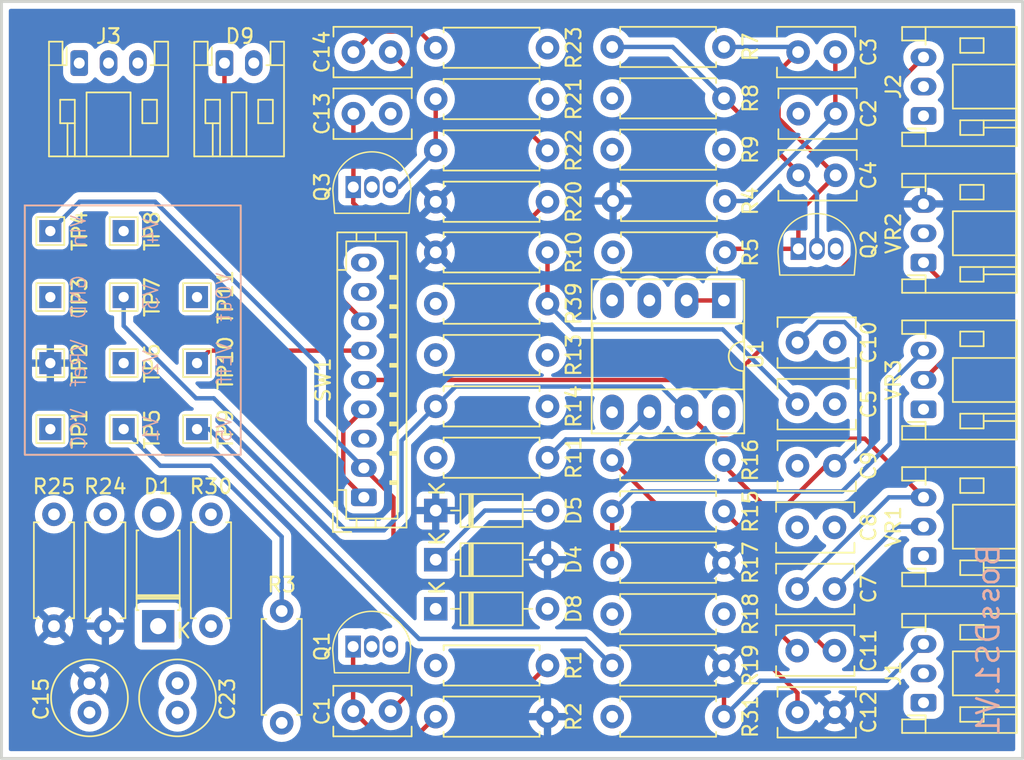
<source format=kicad_pcb>
(kicad_pcb (version 20221018) (generator pcbnew)
  (layers (0 "F.Cu" signal) (1 "In1.Cu" signal) (2 "In2.Cu" signal) (31 "B.Cu" signal) (36 "B.SilkS" user "B.Silkscreen") (37 "F.SilkS" user "F.Silkscreen") (38 "B.Mask" user) (39 "F.Mask" user) (44 "Edge.Cuts" user))
  (net 0 "")
  (net 1 "Net-(C1-Pad1)")
  (net 2 "Net-(Q1-B)")
  (net 3 "Net-(C2-Pad1)")
  (net 4 "/V1")
  (net 5 "Net-(Q2-B)")
  (net 6 "/V2")
  (net 7 "Net-(C5-Pad2)")
  (net 8 "/V3")
  (net 9 "Net-(C7-Pad2)")
  (net 10 "Net-(C8-Pad1)")
  (net 11 "/GND")
  (net 12 "/V4")
  (net 13 "Net-(C9-Pad2)")
  (net 14 "Net-(C11-Pad1)")
  (net 15 "/VRef")
  (net 16 "Net-(C12-Pad2)")
  (net 17 "/V5")
  (net 18 "Net-(Q3-B)")
  (net 19 "Net-(C14-Pad1)")
  (net 20 "/VEffect")
  (net 21 "/VCC")
  (net 22 "Net-(D1-A)")
  (net 23 "Net-(D8-K)")
  (net 24 "GNDREF")
  (net 25 "Net-(Q2-E)")
  (net 26 "Net-(Q3-E)")
  (net 27 "Net-(R1-Pad1)")
  (net 28 "Net-(U1B--)")
  (net 29 "Net-(R13-Pad1)")
  (net 30 "Net-(R15-Pad2)")
  (net 31 "Net-(R18-Pad1)")
  (net 32 "Net-(D9-A)")
  (net 33 "/VBypass")
  (net 34 "Net-(D9-K)")
  (net 35 "Net-(U1A--)")
  (net 36 "Net-(J2-T)")
  (net 38 "Net-(J1-T)")
  (net 40 "Net-(J3-Pad3)")
  (net 41 "Net-(VR2-Pad1)")
  (footprint "Resistor_THT:R_Axial_DIN0207_L6.3mm_D2.5mm_P7.62mm_Horizontal" (layer "F.Cu") (at 92.48 120.34 180)
    (fp_text reference "R15" (at -1.8 0 90) (layer "F.SilkS"))
    (fp_text value "2.2K" hide)
    (pad "1" thru_hole circle (at 0 0 180) (size 1.6 1.6) (drill 0.8) (layers "*.Cu" "*.Mask") (net 14 "Net-(C11-Pad1)"))
    (pad "2" thru_hole oval (at 7.62 0 180) (size 1.6 1.6) (drill 0.8) (layers "*.Cu" "*.Mask") (net 30 "Net-(R15-Pad2)"))
  )
  (footprint "Connector_JST:JST_PH_S3B-PH-K_1x03_P2.00mm_Horizontal" (layer "F.Cu") (at 106.08 93.38 90)
    (fp_text reference "J2" (at 2 -2.05 90) (layer "F.SilkS"))
    (fp_text value "ACJS-MV-3" hide)
    (pad "1" thru_hole roundrect (at 0 0 90) (size 1.2 1.75) (drill 0.75) (layers "*.Cu" "*.Mask") (roundrect_rratio 0.208333) (net 11 "/GND"))
    (pad "2" thru_hole oval (at 2 0 90) (size 1.2 1.75) (drill 0.75) (layers "*.Cu" "*.Mask"))
    (pad "3" thru_hole oval (at 4 0 90) (size 1.2 1.75) (drill 0.75) (layers "*.Cu" "*.Mask") (net 36 "Net-(J2-T)"))
  )
  (footprint "Resistor_THT:R_Axial_DIN0207_L6.3mm_D2.5mm_P7.62mm_Horizontal" (layer "F.Cu") (at 84.86 92.18)
    (fp_text reference "R8" (at 9.42 0.000001 90) (layer "F.SilkS"))
    (fp_text value "10K" hide)
    (pad "1" thru_hole circle (at 0 0) (size 1.6 1.6) (drill 0.8) (layers "*.Cu" "*.Mask") (net 21 "/VCC"))
    (pad "2" thru_hole oval (at 7.62 0) (size 1.6 1.6) (drill 0.8) (layers "*.Cu" "*.Mask") (net 6 "/V2"))
  )
  (footprint "CustomFootprints:C_Disc_D5.1mm_W3.2mm_P2.54mm" (layer "F.Cu") (at 100.03 113.03 180)
    (fp_text reference "C5" (at -2.31 -0.000001 270) (layer "F.SilkS"))
    (fp_text value "68nF" hide)
    (pad "1" thru_hole circle (at 0 0 180) (size 1.6 1.6) (drill 0.8) (layers "*.Cu" "*.Mask") (net 6 "/V2"))
    (pad "2" thru_hole circle (at 2.54 0 180) (size 1.6 1.6) (drill 0.8) (layers "*.Cu" "*.Mask") (net 7 "Net-(C5-Pad2)"))
  )
  (footprint "TestPoint:TestPoint_THTPad_1.5x1.5mm_Drill0.7mm" (layer "F.Cu") (at 51.56 105.73)
    (fp_text reference "TP7" (at 1.94 0 90) (layer "F.SilkS"))
    (fp_text value "V3" hide)
    (fp_text user "V3" (at 1.85225 0 90 unlocked) (layer "B.SilkS") (effects (font (thickness 0.1)) (justify mirror)))
    (pad "1" thru_hole rect (at 0 0) (size 1.5 1.5) (drill 0.7) (layers "*.Cu" "*.Mask") (net 8 "/V3"))
  )
  (footprint "CustomFootprints:C_Disc_D5.1mm_W3.2mm_P2.54mm" (layer "F.Cu") (at 97.47 125.63)
    (fp_text reference "C7" (at 4.87 0.000001 90) (layer "F.SilkS"))
    (fp_text value "100pF" hide)
    (pad "1" thru_hole circle (at 0 0) (size 1.6 1.6) (drill 0.8) (layers "*.Cu" "*.Mask") (net 8 "/V3"))
    (pad "2" thru_hole circle (at 2.54 0) (size 1.6 1.6) (drill 0.8) (layers "*.Cu" "*.Mask") (net 9 "Net-(C7-Pad2)"))
  )
  (footprint "CustomFootprints:C_Disc_D5.1mm_W3.2mm_P2.54mm" (layer "F.Cu") (at 100.09 97.43 180)
    (fp_text reference "C4" (at -2.25 -0.000001 90) (layer "F.SilkS"))
    (fp_text value "250pF" hide)
    (pad "1" thru_hole circle (at 0 0 180) (size 1.6 1.6) (drill 0.8) (layers "*.Cu" "*.Mask") (net 5 "Net-(Q2-B)"))
    (pad "2" thru_hole circle (at 2.54 0 180) (size 1.6 1.6) (drill 0.8) (layers "*.Cu" "*.Mask") (net 6 "/V2"))
  )
  (footprint "TestPoint:TestPoint_THTPad_1.5x1.5mm_Drill0.7mm" (layer "F.Cu") (at 51.56 101.23)
    (fp_text reference "TP8" (at 1.94 0 90) (layer "F.SilkS"))
    (fp_text value "V4" hide)
    (fp_text user "V4" (at 1.85225 0 90 unlocked) (layer "B.SilkS") (effects (font (thickness 0.1)) (justify mirror)))
    (pad "1" thru_hole rect (at 0 0) (size 1.5 1.5) (drill 0.7) (layers "*.Cu" "*.Mask") (net 12 "/V4"))
  )
  (footprint "Connector_JST:JST_PH_S3B-PH-K_1x03_P2.00mm_Horizontal" (layer "F.Cu") (at 48.53 89.78)
    (fp_text reference "J3" (at 2 -1.83 180) (layer "F.SilkS"))
    (fp_text value "Barrel_Jack_Switch" hide)
    (pad "1" thru_hole roundrect (at 0 0) (size 1.2 1.75) (drill 0.75) (layers "*.Cu" "*.Mask") (roundrect_rratio 0.208333) (net 24 "GNDREF"))
    (pad "2" thru_hole oval (at 2 0) (size 1.2 1.75) (drill 0.75) (layers "*.Cu" "*.Mask") (net 22 "Net-(D1-A)"))
    (pad "3" thru_hole oval (at 4 0) (size 1.2 1.75) (drill 0.75) (layers "*.Cu" "*.Mask") (net 40 "Net-(J3-Pad3)"))
  )
  (footprint "CustomFootprints:C_Disc_D5.1mm_W3.2mm_P2.54mm" (layer "F.Cu") (at 97.53 89.03)
    (fp_text reference "C3" (at 4.81 0.000001 90) (layer "F.SilkS"))
    (fp_text value "47nF" hide)
    (pad "1" thru_hole circle (at 0 0) (size 1.6 1.6) (drill 0.8) (layers "*.Cu" "*.Mask") (net 5 "Net-(Q2-B)"))
    (pad "2" thru_hole circle (at 2.54 0) (size 1.6 1.6) (drill 0.8) (layers "*.Cu" "*.Mask") (net 3 "Net-(C2-Pad1)"))
  )
  (footprint "Resistor_THT:R_Axial_DIN0207_L6.3mm_D2.5mm_P7.62mm_Horizontal" (layer "F.Cu") (at 50.31 120.54 -90)
    (fp_text reference "R24" (at -1.9 0) (layer "F.SilkS"))
    (fp_text value "10K" hide)
    (pad "1" thru_hole circle (at 0 0 270) (size 1.6 1.6) (drill 0.8) (layers "*.Cu" "*.Mask") (net 21 "/VCC"))
    (pad "2" thru_hole oval (at 7.62 0 270) (size 1.6 1.6) (drill 0.8) (layers "*.Cu" "*.Mask") (net 15 "/VRef"))
  )
  (footprint "CustomFootprints:C_Disc_D5.1mm_W3.2mm_P2.54mm" (layer "F.Cu") (at 100.09 93.23 180)
    (fp_text reference "C2" (at -2.25 -0.000001 270) (layer "F.SilkS"))
    (fp_text value "0.47uF" hide)
    (pad "1" thru_hole circle (at 0 0 180) (size 1.6 1.6) (drill 0.8) (layers "*.Cu" "*.Mask") (net 3 "Net-(C2-Pad1)"))
    (pad "2" thru_hole circle (at 2.54 0 180) (size 1.6 1.6) (drill 0.8) (layers "*.Cu" "*.Mask") (net 4 "/V1"))
  )
  (footprint "CustomFootprints:TO-92L_Inline" (layer "F.Cu") (at 67.2 129.55)
    (fp_text reference "Q1" (at -2.12 0 90) (layer "F.SilkS"))
    (fp_text value "2SC2240 (or 2N3904BU)" hide)
    (pad "1" thru_hole rect (at 0 0) (size 1.05 1.5) (drill 0.75) (layers "*.Cu" "*.Mask") (net 2 "Net-(Q1-B)"))
    (pad "2" thru_hole oval (at 1.27 0) (size 1.05 1.5) (drill 0.75) (layers "*.Cu" "*.Mask") (net 21 "/VCC"))
    (pad "3" thru_hole oval (at 2.54 0) (size 1.05 1.5) (drill 0.75) (layers "*.Cu" "*.Mask") (net 4 "/V1"))
  )
  (footprint "Resistor_THT:R_Axial_DIN0207_L6.3mm_D2.5mm_P7.62mm_Horizontal" (layer "F.Cu") (at 72.83 95.732381)
    (fp_text reference "R22" (at 9.41 0 90) (layer "F.SilkS"))
    (fp_text value "1K" hide)
    (pad "1" thru_hole circle (at 0 0) (size 1.6 1.6) (drill 0.8) (layers "*.Cu" "*.Mask") (net 26 "Net-(Q3-E)"))
    (pad "2" thru_hole oval (at 7.62 0) (size 1.6 1.6) (drill 0.8) (layers "*.Cu" "*.Mask") (net 19 "Net-(C14-Pad1)"))
  )
  (footprint "Diode_THT:D_DO-35_SOD27_P7.62mm_Horizontal" (layer "F.Cu") (at 72.83 120.28)
    (fp_text reference "D5" (at 9.41 0.000001 90) (layer "F.SilkS"))
    (fp_text value "D1N4148" hide)
    (fp_text user "K" (at 0.1 -1.5 90) (layer "F.SilkS"))
    (pad "1" thru_hole rect (at 0 0) (size 1.6 1.6) (drill 0.8) (layers "*.Cu" "*.Mask") (net 15 "/VRef"))
    (pad "2" thru_hole oval (at 7.62 0) (size 1.6 1.6) (drill 0.8) (layers "*.Cu" "*.Mask") (net 12 "/V4"))
  )
  (footprint "TestPoint:TestPoint_THTPad_1.5x1.5mm_Drill0.7mm" (layer "F.Cu") (at 56.56 114.73)
    (fp_text reference "TP9" (at 1.94 0 90) (layer "F.SilkS"))
    (fp_text value "V5" hide)
    (fp_text user "V5" (at 1.85225 0 90 unlocked) (layer "B.SilkS") (effects (font (thickness 0.1)) (justify mirror)))
    (pad "1" thru_hole rect (at 0 0) (size 1.5 1.5) (drill 0.7) (layers "*.Cu" "*.Mask") (net 17 "/V5"))
  )
  (footprint "Resistor_THT:R_Axial_DIN0207_L6.3mm_D2.5mm_P7.62mm_Horizontal" (layer "F.Cu") (at 72.83 102.68)
    (fp_text reference "R10" (at 9.41 0 90) (layer "F.SilkS"))
    (fp_text value "100K" hide)
    (pad "1" thru_hole circle (at 0 0) (size 1.6 1.6) (drill 0.8) (layers "*.Cu" "*.Mask") (net 15 "/VRef"))
    (pad "2" thru_hole oval (at 7.62 0) (size 1.6 1.6) (drill 0.8) (layers "*.Cu" "*.Mask") (net 7 "Net-(C5-Pad2)"))
  )
  (footprint "Diode_THT:D_DO-35_SOD27_P7.62mm_Horizontal" (layer "F.Cu") (at 72.83 126.98)
    (fp_text reference "D8" (at 9.41 0.000001 90) (layer "F.SilkS"))
    (fp_text value "D1N4148" hide)
    (fp_text user "K" (at 0.1 -1.45 90) (layer "F.SilkS"))
    (pad "1" thru_hole rect (at 0 0) (size 1.6 1.6) (drill 0.8) (layers "*.Cu" "*.Mask") (net 23 "Net-(D8-K)"))
    (pad "2" thru_hole oval (at 7.62 0) (size 1.6 1.6) (drill 0.8) (layers "*.Cu" "*.Mask") (net 11 "/GND"))
  )
  (footprint "Diode_THT:D_DO-41_SOD81_P7.62mm_Horizontal" (layer "F.Cu") (at 53.91 128.16 90)
    (fp_text reference "D1" (at 9.52 0) (layer "F.SilkS"))
    (fp_text value "1N4004" hide)
    (fp_text user "K" (at -0.32 1.74) (layer "F.SilkS"))
    (pad "1" thru_hole rect (at 0 0 90) (size 2.2 2.2) (drill 1.1) (layers "*.Cu" "*.Mask") (net 21 "/VCC"))
    (pad "2" thru_hole oval (at 7.62 0 90) (size 2.2 2.2) (drill 1.1) (layers "*.Cu" "*.Mask") (net 22 "Net-(D1-A)"))
  )
  (footprint "TestPoint:TestPoint_THTPad_1.5x1.5mm_Drill0.7mm" (layer "F.Cu") (at 56.56 105.73)
    (fp_text reference "TP11" (at 1.94 0.000001 90) (layer "F.SilkS"))
    (fp_text value "VOut" hide)
    (fp_text user "VOut" (at 1.85225 0 90 unlocked) (layer "B.SilkS") (effects (font (thickness 0.1)) (justify mirror)))
    (pad "1" thru_hole rect (at 0 0) (size 1.5 1.5) (drill 0.7) (layers "*.Cu" "*.Mask") (net 36 "Net-(J2-T)"))
  )
  (footprint "Resistor_THT:R_Axial_DIN0207_L6.3mm_D2.5mm_P7.62mm_Horizontal" (layer "F.Cu") (at 80.45 88.732381 180)
    (fp_text reference "R23" (at -1.79 0 90) (layer "F.SilkS"))
    (fp_text value "100K" hide)
    (pad "1" thru_hole circle (at 0 0 180) (size 1.6 1.6) (drill 0.8) (layers "*.Cu" "*.Mask") (net 11 "/GND"))
    (pad "2" thru_hole oval (at 7.62 0 180) (size 1.6 1.6) (drill 0.8) (layers "*.Cu" "*.Mask") (net 20 "/VEffect"))
  )
  (footprint "Resistor_THT:R_Axial_DIN0207_L6.3mm_D2.5mm_P7.62mm_Horizontal" (layer "F.Cu") (at 92.48 134.33 180)
    (fp_text reference "R31" (at -1.8 0 90) (layer "F.SilkS"))
    (fp_text value "1M" hide)
    (pad "1" thru_hole circle (at 0 0 180) (size 1.6 1.6) (drill 0.8) (layers "*.Cu" "*.Mask") (net 38 "Net-(J1-T)"))
    (pad "2" thru_hole oval (at 7.62 0 180) (size 1.6 1.6) (drill 0.8) (layers "*.Cu" "*.Mask") (net 11 "/GND"))
  )
  (footprint "Resistor_THT:R_Axial_DIN0207_L6.3mm_D2.5mm_P7.62mm_Horizontal" (layer "F.Cu") (at 92.48 95.68 180)
    (fp_text reference "R9" (at -1.8 -0.000001 90) (layer "F.SilkS"))
    (fp_text value "22R" hide)
    (pad "1" thru_hole circle (at 0 0 180) (size 1.6 1.6) (drill 0.8) (layers "*.Cu" "*.Mask") (net 25 "Net-(Q2-E)"))
    (pad "2" thru_hole oval (at 7.62 0 180) (size 1.6 1.6) (drill 0.8) (layers "*.Cu" "*.Mask") (net 11 "/GND"))
  )
  (footprint "Resistor_THT:R_Axial_DIN0207_L6.3mm_D2.5mm_P7.62mm_Horizontal" (layer "F.Cu") (at 80.45 106.18 180)
    (fp_text reference "R39" (at -1.79 0 90) (layer "F.SilkS"))
    (fp_text value "47K" hide)
    (pad "1" thru_hole circle (at 0 0 180) (size 1.6 1.6) (drill 0.8) (layers "*.Cu" "*.Mask") (net 7 "Net-(C5-Pad2)"))
    (pad "2" thru_hole oval (at 7.62 0 180) (size 1.6 1.6) (drill 0.8) (layers "*.Cu" "*.Mask") (net 23 "Net-(D8-K)"))
  )
  (footprint "CustomFootprints:C_Disc_D5.1mm_W3.2mm_P2.54mm" (layer "F.Cu") (at 97.47 121.43)
    (fp_text reference "C8" (at 4.87 0.000001 90) (layer "F.SilkS"))
    (fp_text value "0.47uF" hide)
    (pad "1" thru_hole circle (at 0 0) (size 1.6 1.6) (drill 0.8) (layers "*.Cu" "*.Mask") (net 10 "Net-(C8-Pad1)"))
    (pad "2" thru_hole circle (at 2.54 0) (size 1.6 1.6) (drill 0.8) (layers "*.Cu" "*.Mask") (net 11 "/GND"))
  )
  (footprint "Resistor_THT:R_Axial_DIN0207_L6.3mm_D2.5mm_P7.62mm_Horizontal" (layer "F.Cu") (at 92.54 102.68 180)
    (fp_text reference "R5" (at -1.74 -0.000001 90) (layer "F.SilkS"))
    (fp_text value "100K" hide)
    (pad "1" thru_hole circle (at 0 0 180) (size 1.6 1.6) (drill 0.8) (layers "*.Cu" "*.Mask") (net 5 "Net-(Q2-B)"))
    (pad "2" thru_hole oval (at 7.62 0 180) (size 1.6 1.6) (drill 0.8) (layers "*.Cu" "*.Mask") (net 11 "/GND"))
  )
  (footprint "Resistor_THT:R_Axial_DIN0207_L6.3mm_D2.5mm_P7.62mm_Horizontal" (layer "F.Cu") (at 72.83 113.18)
    (fp_text reference "R14" (at 9.41 0 90) (layer "F.SilkS"))
    (fp_text value "2.2K" hide)
    (pad "1" thru_hole circle (at 0 0) (size 1.6 1.6) (drill 0.8) (layers "*.Cu" "*.Mask") (net 8 "/V3"))
    (pad "2" thru_hole oval (at 7.62 0) (size 1.6 1.6) (drill 0.8) (layers "*.Cu" "*.Mask") (net 13 "Net-(C9-Pad2)"))
  )
  (footprint "Capacitor_THT:C_Radial_D5.0mm_H11.0mm_P2.00mm" (layer "F.Cu") (at 49.23 132.05 -90)
    (fp_text reference "C15" (at 1.08 3.3 90) (layer "F.SilkS"))
    (fp_text value "47uF" hide)
    (pad "1" thru_hole circle (at 0 0 270) (size 1.6 1.6) (drill 0.8) (layers "*.Cu" "*.Mask") (net 15 "/VRef"))
    (pad "2" thru_hole circle (at 2 0 270) (size 1.6 1.6) (drill 0.8) (layers "*.Cu" "*.Mask") (net 11 "/GND"))
  )
  (footprint "TestPoint:TestPoint_THTPad_1.5x1.5mm_Drill0.7mm" (layer "F.Cu") (at 46.56 114.73)
    (fp_text reference "TP1" (at 2 0 90) (layer "F.SilkS"))
    (fp_text value "VCC" hide)
    (fp_text user "VCC" (at 1.91225 0 90 unlocked) (layer "B.SilkS") (effects (font (thickness 0.1)) (justify mirror)))
    (pad "1" thru_hole rect (at 0 0) (size 1.5 1.5) (drill 0.7) (layers "*.Cu" "*.Mask") (net 21 "/VCC"))
  )
  (footprint "Resistor_THT:R_Axial_DIN0207_L6.3mm_D2.5mm_P7.62mm_Horizontal" (layer "F.Cu") (at 80.45 116.68 180)
    (fp_text reference "R11" (at -1.79 0 270) (layer "F.SilkS"))
    (fp_text value "100K" hide)
    (pad "1" thru_hole circle (at 0 0 180) (size 1.6 1.6) (drill 0.8) (layers "*.Cu" "*.Mask") (net 28 "Net-(U1B--)"))
    (pad "2" thru_hole oval (at 7.62 0 180) (size 1.6 1.6) (drill 0.8) (layers "*.Cu" "*.Mask") (net 9 "Net-(C7-Pad2)"))
  )
  (footprint "Resistor_THT:R_Axial_DIN0207_L6.3mm_D2.5mm_P7.62mm_Horizontal" (layer "F.Cu") (at 92.54 99.18 180)
    (fp_text reference "R4" (at -1.74 -0.000001 90) (layer "F.SilkS"))
    (fp_text value "100K" hide)
    (pad "1" thru_hole circle (at 0 0 180) (size 1.6 1.6) (drill 0.8) (layers "*.Cu" "*.Mask") (net 3 "Net-(C2-Pad1)"))
    (pad "2" thru_hole oval (at 7.62 0 180) (size 1.6 1.6) (drill 0.8) (layers "*.Cu" "*.Mask") (net 15 "/VRef"))
  )
  (footprint "Connector_JST:JST_PH_S3B-PH-K_1x03_P2.00mm_Horizontal" (layer "F.Cu") (at 106.08 123.38 90)
    (fp_text reference "VR1" (at 2 -2.05 90) (layer "F.SilkS"))
    (fp_text value "100KB" hide)
    (pad "1" thru_hole roundrect (at 0 0 90) (size 1.2 1.75) (drill 0.75) (layers "*.Cu" "*.Mask") (roundrect_rratio 0.208333) (net 29 "Net-(R13-Pad1)"))
    (pad "2" thru_hole oval (at 2 0 90) (size 1.2 1.75) (drill 0.75) (layers "*.Cu" "*.Mask") (net 9 "Net-(C7-Pad2)"))
    (pad "3" thru_hole oval (at 4 0 90) (size 1.2 1.75) (drill 0.75) (layers "*.Cu" "*.Mask") (net 8 "/V3"))
  )
  (footprint "CustomFootprints:C_Disc_D5.1mm_W3.2mm_P2.54mm" (layer "F.Cu") (at 69.76 89.03 180)
    (fp_text reference "C14" (at 4.68 0 90) (layer "F.SilkS"))
    (fp_text value "1uF" hide)
    (pad "1" thru_hole circle (at 0 0 180) (size 1.6 1.6) (drill 0.8) (layers "*.Cu" "*.Mask") (net 19 "Net-(C14-Pad1)"))
    (pad "2" thru_hole circle (at 2.54 0 180) (size 1.6 1.6) (drill 0.8) (layers "*.Cu" "*.Mask") (net 20 "/VEffect"))
  )
  (footprint "Connector_JST:JST_PH_S3B-PH-K_1x03_P2.00mm_Horizontal" (layer "F.Cu") (at 106.08 113.38 90)
    (fp_text reference "VR3" (at 2 -2.05 90) (layer "F.SilkS"))
    (fp_text value "20KB" hide)
    (pad "1" thru_hole roundrect (at 0 0 90) (size 1.2 1.75) (drill 0.75) (layers "*.Cu" "*.Mask") (roundrect_rratio 0.208333) (net 16 "Net-(C12-Pad2)"))
    (pad "2" thru_hole oval (at 2 0 90) (size 1.2 1.75) (drill 0.75) (layers "*.Cu" "*.Mask") (net 41 "Net-(VR2-Pad1)"))
    (pad "3" thru_hole oval (at 4 0 90) (size 1.2 1.75) (drill 0.75) (layers "*.Cu" "*.Mask") (net 30 "Net-(R15-Pad2)"))
  )
  (footprint "TestPoint:TestPoint_THTPad_1.5x1.5mm_Drill0.7mm" (layer "F.Cu") (at 46.56 110.23)
    (fp_text reference "TP2" (at 2 0 90) (layer "F.SilkS"))
    (fp_text value "VRef" hide)
    (fp_text user "VRef" (at 1.91225 0 90 unlocked) (layer "B.SilkS") (effects (font (thickness 0.1)) (justify mirror)))
    (pad "1" thru_hole rect (at 0 0) (size 1.5 1.5) (drill 0.7) (layers "*.Cu" "*.Mask") (net 15 "/VRef"))
  )
  (footprint "Resistor_THT:R_Axial_DIN0207_L6.3mm_D2.5mm_P7.62mm_Horizontal" (layer "F.Cu") (at 92.48 116.84 180)
    (fp_text reference "R16" (at -1.8 0 90) (layer "F.SilkS"))
    (fp_text value "6.8K" hide)
    (pad "1" thru_hole circle (at 0 0 180) (size 1.6 1.6) (drill 0.8) (layers "*.Cu" "*.Mask") (net 12 "/V4"))
    (pad "2" thru_hole oval (at 7.62 0 180) (size 1.6 1.6) (drill 0.8) (layers "*.Cu" "*.Mask") (net 16 "Net-(C12-Pad2)"))
  )
  (footprint "Resistor_THT:R_Axial_DIN0207_L6.3mm_D2.5mm_P7.62mm_Horizontal" (layer "F.Cu") (at 62.33 134.75 90)
    (fp_text reference "R3" (at 9.41 0) (layer "F.SilkS"))
    (fp_text value "10K" hide)
    (pad "1" thru_hole circle (at 0 0 90) (size 1.6 1.6) (drill 0.8) (layers "*.Cu" "*.Mask") (net 11 "/GND"))
    (pad "2" thru_hole oval (at 7.62 0 90) (size 1.6 1.6) (drill 0.8) (layers "*.Cu" "*.Mask") (net 4 "/V1"))
  )
  (footprint "TestPoint:TestPoint_THTPad_1.5x1.5mm_Drill0.7mm" (layer "F.Cu") (at 46.56 105.73)
    (fp_text reference "TP3" (at 2 0 90) (layer "F.SilkS"))
    (fp_text value "GND" hide)
    (fp_text user "GND" (at 1.91225 0 90 unlocked) (layer "B.SilkS") (effects (font (thickness 0.1)) (justify mirror)))
    (pad "1" thru_hole rect (at 0 0) (size 1.5 1.5) (drill 0.7) (layers "*.Cu" "*.Mask") (net 11 "/GND"))
  )
  (footprint "Resistor_THT:R_Axial_DIN0207_L6.3mm_D2.5mm_P7.62mm_Horizontal" (layer "F.Cu") (at 92.48 127.34 180)
    (fp_text reference "R18" (at -1.8 0 90) (layer "F.SilkS"))
    (fp_text value "10K" hide)
    (pad "1" thru_hole circle (at 0 0 180) (size 1.6 1.6) (drill 0.8) (layers "*.Cu" "*.Mask") (net 31 "Net-(R18-Pad1)"))
    (pad "2" thru_hole oval (at 7.62 0 180) (size 1.6 1.6) (drill 0.8) (layers "*.Cu" "*.Mask") (net 17 "/V5"))
  )
  (footprint "CustomFootprints:C_Disc_D5.1mm_W3.2mm_P2.54mm" (layer "F.Cu") (at 69.76 93.23 180)
    (fp_text reference "C13" (at 4.68 0 90) (layer "F.SilkS"))
    (fp_text value "0.047uF" hide)
    (pad "1" thru_hole circle (at 0 0 180) (size 1.6 1.6) (drill 0.8) (layers "*.Cu" "*.Mask") (net 17 "/V5"))
    (pad "2" thru_hole circle (at 2.54 0 180) (size 1.6 1.6) (drill 0.8) (layers "*.Cu" "*.Mask") (net 18 "Net-(Q3-B)"))
  )
  (footprint "Resistor_THT:R_Axial_DIN0207_L6.3mm_D2.5mm_P7.62mm_Horizontal" (layer "F.Cu") (at 92.48 123.84 180)
    (fp_text reference "R17" (at -1.8 0 90) (layer "F.SilkS"))
    (fp_text value "6.8K" hide)
    (pad "1" thru_hole circle (at 0 0 180) (size 1.6 1.6) (drill 0.8) (layers "*.Cu" "*.Mask") (net 15 "/VRef"))
    (pad "2" thru_hole oval (at 7.62 0 180) (size 1.6 1.6) (drill 0.8) (layers "*.Cu" "*.Mask") (net 30 "Net-(R15-Pad2)"))
  )
  (footprint "TestPoint:TestPoint_THTPad_1.5x1.5mm_Drill0.7mm" (layer "F.Cu") (at 51.56 114.73)
    (fp_text reference "TP5" (at 1.94 0 90) (layer "F.SilkS"))
    (fp_text value "V1" hide)
    (fp_text user "V1" (at 1.85225 0 90 unlocked) (layer "B.SilkS") (effects (font (thickness 0.1)) (justify mirror)))
    (pad "1" thru_hole rect (at 0 0) (size 1.5 1.5) (drill 0.7) (layers "*.Cu" "*.Mask") (net 4 "/V1"))
  )
  (footprint "CustomFootprints:C_Disc_D5.1mm_W3.2mm_P2.54mm" (layer "F.Cu") (at 100.03 108.83 180)
    (fp_text reference "C10" (at -2.31 0 90) (layer "F.SilkS"))
    (fp_text value "0.01uF" hide)
    (pad "1" thru_hole circle (at 0 0 180) (size 1.6 1.6) (drill 0.8) (layers "*.Cu" "*.Mask") (net 11 "/GND"))
    (pad "2" thru_hole circle (at 2.54 0 180) (size 1.6 1.6) (drill 0.8) (layers "*.Cu" "*.Mask") (net 12 "/V4"))
  )
  (footprint "CustomFootprints:C_Disc_D5.1mm_W3.2mm_P2.54mm" (layer "F.Cu") (at 69.75 133.95 180)
    (fp_text reference "C1" (at 4.67 -0.000001 90) (layer "F.SilkS"))
    (fp_text value "47nF" hide)
    (pad "1" thru_hole circle (at 0 0 180) (size 1.6 1.6) (drill 0.8) (layers "*.Cu" "*.Mask") (net 1 "Net-(C1-Pad1)"))
    (pad "2" thru_hole circle (at 2.54 0 180) (size 1.6 1.6) (drill 0.8) (layers "*.Cu" "*.Mask") (net 2 "Net-(Q1-B)"))
  )
  (footprint "TestPoint:TestPoint_THTPad_1.5x1.5mm_Drill0.7mm" (layer "F.Cu") (at 46.56 101.23)
    (fp_text reference "TP4" (at 2 -0.000001 90) (layer "F.SilkS"))
    (fp_text value "VIn" hide)
    (fp_text user "VIn" (at 1.91225 0 90 unlocked) (layer "B.SilkS") (effects (font (thickness 0.1)) (justify mirror)))
    (pad "1" thru_hole rect (at 0 0) (size 1.5 1.5) (drill 0.7) (layers "*.Cu" "*.Mask") (net 38 "Net-(J1-T)"))
  )
  (footprint "CustomFootprints:C_Disc_D5.1mm_W3.2mm_P2.54mm" (layer "F.Cu") (at 97.47 129.83)
    (fp_text reference "C11" (at 4.87 0 90) (layer "F.SilkS"))
    (fp_text value "0.022uF" hide)
    (pad "1" thru_hole circle (at 0 0) (size 1.6 1.6) (drill 0.8) (layers "*.Cu" "*.Mask") (net 14 "Net-(C11-Pad1)"))
    (pad "2" thru_hole circle (at 2.54 0) (size 1.6 1.6) (drill 0.8) (layers "*.Cu" "*.Mask") (net 12 "/V4"))
  )
  (footprint "Package_DIP:DIP-8_W7.62mm_Socket_LongPads" (layer "F.Cu") (at 92.47 105.96 -90)
    (fp_text reference "U1" (at 3.67 -2.18 90) (layer "F.SilkS"))
    (fp_text value "TL072" hide)
    (pad "1" thru_hole rect (at 0 0 270) (size 2.4 1.6) (drill 0.8) (layers "*.Cu" "*.Mask") (net 35 "Net-(U1A--)"))
    (pad "2" thru_hole oval (at 0 2.54 270) (size 2.4 1.6) (drill 0.8) (layers "*.Cu" "*.Mask") (net 35 "Net-(U1A--)"))
    (pad "3" thru_hole oval (at 0 5.08 270) (size 2.4 1.6) (drill 0.8) (layers "*.Cu" "*.Mask") (net 23 "Net-(D8-K)"))
    (pad "4" thru_hole oval (at 0 7.62 270) (size 2.4 1.6) (drill 0.8) (layers "*.Cu" "*.Mask") (net 11 "/GND"))
    (pad "5" thru_hole oval (at 7.62 7.62 270) (size 2.4 1.6) (drill 0.8) (layers "*.Cu" "*.Mask") (net 35 "Net-(U1A--)"))
    (pad "6" thru_hole oval (at 7.62 5.08 270) (size 2.4 1.6) (drill 0.8) (layers "*.Cu" "*.Mask") (net 28 "Net-(U1B--)"))
    (pad "7" thru_hole oval (at 7.62 2.54 270) (size 2.4 1.6) (drill 0.8) (layers "*.Cu" "*.Mask") (net 8 "/V3"))
    (pad "8" thru_hole oval (at 7.62 0 270) (size 2.4 1.6) (drill 0.8) (layers "*.Cu" "*.Mask") (net 21 "/VCC"))
  )
  (footprint "Capacitor_THT:C_Radial_D5.0mm_H11.0mm_P2.00mm" (layer "F.Cu") (at 55.23 132.05 -90)
    (fp_text reference "C23" (at 1.08 -3.4 90) (layer "F.SilkS"))
    (fp_text value "100uF" hide)
    (pad "1" thru_hole circle (at 0 0 270) (size 1.6 1.6) (drill 0.8) (layers "*.Cu" "*.Mask") (net 21 "/VCC"))
    (pad "2" thru_hole circle (at 2 0 270) (size 1.6 1.6) (drill 0.8) (layers "*.Cu" "*.Mask") (net 11 "/GND"))
  )
  (footprint "Resistor_THT:R_Axial_DIN0207_L6.3mm_D2.5mm_P7.62mm_Horizontal" (layer "F.Cu") (at 80.45 109.68 180)
    (fp_text reference "R13" (at -1.79 0 90) (layer "F.SilkS"))
    (fp_text value "4.7K" hide)
    (pad "1" thru_hole circle (at 0 0 180) (size 1.6 1.6) (drill 0.8) (layers "*.Cu" "*.Mask") (net 29 "Net-(R13-Pad1)"))
    (pad "2" thru_hole oval (at 7.62 0 180) (size 1.6 1.6) (drill 0.8) (layers "*.Cu" "*.Mask") (net 10 "Net-(C8-Pad1)"))
  )
  (footprint "CustomFootprints:C_Disc_D5.1mm_W3.2mm_P2.54mm" (layer "F.Cu") (at 100.03 117.23 180)
    (fp_text reference "C9" (at -2.31 -0.000001 90) (layer "F.SilkS"))
    (fp_text value "0.47uF" hide)
    (pad "1" thru_hole circle (at 0 0 180) (size 1.6 1.6) (drill 0.8) (layers "*.Cu" "*.Mask") (net 12 "/V4"))
    (pad "2" thru_hole circle (at 2.54 0 180) (size 1.6 1.6) (drill 0.8) (layers "*.Cu" "*.Mask") (net 13 "Net-(C9-Pad2)"))
  )
  (footprint "TestPoint:TestPoint_THTPad_1.5x1.5mm_Drill0.7mm" (layer "F.Cu") (at 56.56 110.23)
    (fp_text reference "TP10" (at 1.94 0.000001 90) (layer "F.SilkS"))
    (fp_text value "VEff" hide)
    (fp_text user "VEff" (at 1.85225 0 90 unlocked) (layer "B.SilkS") (effects (font (thickness 0.1)) (justify mirror)))
    (pad "1" thru_hole rect (at 0 0) (size 1.5 1.5) (drill 0.7) (layers "*.Cu" "*.Mask") (net 20 "/VEffect"))
  )
  (footprint "Resistor_THT:R_Axial_DIN0207_L6.3mm_D2.5mm_P7.62mm_Horizontal" (layer "F.Cu") (at 72.83 134.33)
    (fp_text reference "R2" (at 9.41 0.000001 90) (layer "F.SilkS"))
    (fp_text value "470K" hide)
    (pad "1" thru_hole circle (at 0 0) (size 1.6 1.6) (drill 0.8) (layers "*.Cu" "*.Mask") (net 2 "Net-(Q1-B)"))
    (pad "2" thru_hole oval (at 7.62 0) (size 1.6 1.6) (drill 0.8) (layers "*.Cu" "*.Mask") (net 15 "/VRef"))
  )
  (footprint "Connector_JST:JST_PH_S3B-PH-K_1x03_P2.00mm_Horizontal" (layer "F.Cu") (at 106.08 133.38 90)
    (fp_text reference "J1" (at 2 -2.05 90) (layer "F.SilkS"))
    (fp_text value "ACJS-MV-3" hide)
    (pad "1" thru_hole roundrect (at 0 0 90) (size 1.2 1.75) (drill 0.75) (layers "*.Cu" "*.Mask") (roundrect_rratio 0.208333) (net 11 "/GND"))
    (pad "2" thru_hole oval (at 2 0 90) (size 1.2 1.75) (drill 0.75) (layers "*.Cu" "*.Mask") (net 24 "GNDREF"))
    (pad "3" thru_hole oval (at 4 0 90) (size 1.2 1.75) (drill 0.75) (layers "*.Cu" "*.Mask") (net 38 "Net-(J1-T)"))
  )
  (footprint "CustomFootprints:TO-92L_Inline" (layer "F.Cu") (at 67.21 98.23)
    (fp_text reference "Q3" (at -2.13 0 90) (layer "F.SilkS"))
    (fp_text value "2SC2240 (or 2N3904BU)" hide)
    (pad "1" thru_hole rect (at 0 0) (size 1.05 1.5) (drill 0.75) (layers "*.Cu" "*.Mask") (net 18 "Net-(Q3-B)"))
    (pad "2" thru_hole oval (at 1.27 0) (size 1.05 1.5) (drill 0.75) (layers "*.Cu" "*.Mask") (net 21 "/VCC"))
    (pad "3" thru_hole oval (at 2.54 0) (size 1.05 1.5) (drill 0.75) (layers "*.Cu" "*.Mask") (net 26 "Net-(Q3-E)"))
  )
  (footprint "Connector_JST:JST_PH_S2B-PH-K_1x02_P2.00mm_Horizontal" (layer "F.Cu") (at 58.43 89.78)
    (fp_text reference "D9" (at 1.048 -1.83 180) (layer "F.SilkS"))
    (fp_text value "LED (5mm)" hide)
    (pad "1" thru_hole roundrect (at 0 0) (size 1.2 1.75) (drill 0.75) (layers "*.Cu" "*.Mask") (roundrect_rratio 0.208333) (net 34 "Net-(D9-K)"))
    (pad "2" thru_hole oval (at 2 0) (size 1.2 1.75) (drill 0.75) (layers "*.Cu" "*.Mask") (net 32 "Net-(D9-A)"))
  )
  (footprint "Resistor_THT:R_Axial_DIN0207_L6.3mm_D2.5mm_P7.62mm_Horizontal" (layer "F.Cu") (at 72.83 130.84)
    (fp_text reference "R1" (at 9.41 0.000001 90) (layer "F.SilkS"))
    (fp_text value "1K" hide)
    (pad "1" thru_hole circle (at 0 0) (size 1.6 1.6) (drill 0.8) (layers "*.Cu" "*.Mask") (net 27 "Net-(R1-Pad1)"))
    (pad "2" thru_hole oval (at 7.62 0) (size 1.6 1.6) (drill 0.8) (layers "*.Cu" "*.Mask") (net 1 "Net-(C1-Pad1)"))
  )
  (footprint "Diode_THT:D_DO-35_SOD27_P7.62mm_Horizontal" (layer "F.Cu") (at 72.83 123.63)
    (fp_text reference "D4" (at 9.41 0.000001 90) (layer "F.SilkS"))
    (fp_text value "D1N4148" hide)
    (fp_text user "K" (at 0.1 -1.45 90) (layer "F.SilkS"))
    (pad "1" thru_hole rect (at 0 0) (size 1.6 1.6) (drill 0.8) (layers "*.Cu" "*.Mask") (net 12 "/V4"))
    (pad "2" thru_hole oval (at 7.62 0) (size 1.6 1.6) (drill 0.8) (layers "*.Cu" "*.Mask") (net 15 "/VRef"))
  )
  (footprint "CustomFootprints:TO-92L_Inline" (layer "F.Cu") (at 97.55 102.44)
    (fp_text reference "Q2" (at 4.79 -0.3 90) (layer "F.SilkS"))
    (fp_text value "2SC2240 (or 2N3904BU)" hide)
    (pad "1" thru_hole rect (at 0 0) (size 1.05 1.5) (drill 0.75) (layers "*.Cu" "*.Mask") (net 5 "Net-(Q2-B)"))
    (pad "2" thru_hole oval (at 1.27 0) (size 1.05 1.5) (drill 0.75) (layers "*.Cu" "*.Mask") (net 6 "/V2"))
    (pad "3" thru_hole oval (at 2.54 0) (size 1.05 1.5) (drill 0.75) (layers "*.Cu" "*.Mask") (net 25 "Net-(Q2-E)"))
  )
  (footprint "Resistor_THT:R_Axial_DIN0207_L6.3mm_D2.5mm_P7.62mm_Horizontal" (layer "F.Cu") (at 57.51 128.16 90)
    (fp_text reference "R30" (at 9.52 0) (layer "F.SilkS"))
    (fp_text value "4.7K" hide)
    (pad "1" thru_hole circle (at 0 0 90) (size 1.6 1.6) (drill 0.8) (layers "*.Cu" "*.Mask") (net 21 "/VCC"))
    (pad "2" thru_hole oval (at 7.62 0 90) (size 1.6 1.6) (drill 0.8) (layers "*.Cu" "*.Mask") (net 32 "Net-(D9-A)"))
  )
  (footprint "Connector_JST:JST_PH_B9B-PH-K_1x09_P2.00mm_Vertical" (layer "F.Cu") (at 67.93 119.38 90)
    (fp_text reference "SW1" (at 7.999999 -2.772 90) (layer "F.SilkS"))
    (fp_text value "3PDT" hide)
    (pad "1" thru_hole roundrect (at 0 0 90) (size 1.2 1.75) (drill 0.75) (layers "*.Cu" "*.Mask") (roundrect_rratio 0.208333) (net 33 "/VBypass"))
    (pad "2" thru_hole oval (at 2 0 90) (size 1.2 1.75) (drill 0.75) (layers "*.Cu" "*.Mask") (net 38 "Net-(J1-T)"))
    (pad "3" thru_hole oval (at 4 0 90) (size 1.2 1.75) (drill 0.75) (layers "*.Cu" "*.Mask") (net 27 "Net-(R1-Pad1)"))
    (pad "4" thru_hole oval (at 6 0 90) (size 1.2 1.75) (drill 0.75) (layers "*.Cu" "*.Mask") (net 33 "/VBypass"))
    (pad "5" thru_hole oval (at 8 0 90) (size 1.2 1.75) (drill 0.75) (layers "*.Cu" "*.Mask") (net 36 "Net-(J2-T)"))
    (pad "6" thru_hole oval (at 10 0 90) (size 1.2 1.75) (drill 0.75) (layers "*.Cu" "*.Mask") (net 20 "/VEffect"))
    (pad "7" thru_hole oval (at 12 0 90) (size 1.2 1.75) (drill 0.75) (layers "*.Cu" "*.Mask") (net 34 "Net-(D9-K)"))
    (pad "8" thru_hole oval (at 14 0 90) (size 1.2 1.75) (drill 0.75) (layers "*.Cu" "*.Mask") (net 11 "/GND"))
    (pad "9" thru_hole oval (at 16 0 90) (size 1.2 1.75) (drill 0.75) (layers "*.Cu" "*.Mask"))
  )
  (footprint "Resistor_THT:R_Axial_DIN0207_L6.3mm_D2.5mm_P7.62mm_Horizontal" (layer "F.Cu") (at 92.48 130.84 180)
    (fp_text reference "R19" (at -1.8 0 90) (layer "F.SilkS"))
    (fp_text value "1M" hide)
    (pad "1" thru_hole circle (at 0 0 180) (size 1.6 1.6) (drill 0.8) (layers "*.Cu" "*.Mask") (net 15 "/VRef"))
    (pad "2" thru_hole oval (at 7.62 0 180) (size 1.6 1.6) (drill 0.8) (layers "*.Cu" "*.Mask") (net 17 "/V5"))
  )
  (footprint "Resistor_THT:R_Axial_DIN0207_L6.3mm_D2.5mm_P7.62mm_Horizontal" (layer "F.Cu") (at 84.86 88.68)
    (fp_text reference "R7" (at 9.42 0.000001 90) (layer "F.SilkS"))
    (fp_text value "470K" hide)
    (pad "1" thru_hole circle (at 0 0) (size 1.6 1.6) (drill 0.8) (layers "*.Cu" "*.Mask") (net 6 "/V2"))
    (pad "2" thru_hole oval (at 7.62 0) (size 1.6 1.6) (drill 0.8) (layers "*.Cu" "*.Mask") (net 5 "Net-(Q2-B)"))
  )
  (footprint "Connector_JST:JST_PH_S3B-PH-K_1x03_P2.00mm_Horizontal" (layer "F.Cu") (at 106.08 103.38 90)
    (fp_text reference "VR2" (at 2 -2.05 90) (layer "F.SilkS"))
    (fp_text value "100KB" hide)
    (pad "1" thru_hole roundrect (at 0 0 90) (size 1.2 1.75) (drill 0.75) (layers "*.Cu" "*.Mask") (roundrect_rratio 0.208333) (net 41 "Net-(VR2-Pad1)"))
    (pad "2" thru_hole oval (at 2 0 90) (size 1.2 1.75) (drill 0.75) (layers "*.Cu" "*.Mask") (net 31 "Net-(R18-Pad1)"))
    (pad "3" thru_hole oval (at 4 0 90) (size 1.2 1.75) (drill 0.75) (layers "*.Cu" "*.Mask") (net 15 "/VRef"))
  )
  (footprint "Resistor_THT:R_Axial_DIN0207_L6.3mm_D2.5mm_P7.62mm_Horizontal" (layer "F.Cu") (at 80.45 92.232381 180)
    (fp_text reference "R21" (at -1.79 0 90) (layer "F.SilkS"))
    (fp_text value "10K" hide)
    (pad "1" thru_hole circle (at 0 0 180) (size 1.6 1.6) (drill 0.8) (layers "*.Cu" "*.Mask") (net 11 "/GND"))
    (pad "2" thru_hole oval (at 7.62 0 180) (size 1.6 1.6) (drill 0.8) (layers "*.Cu" "*.Mask") (net 26 "Net-(Q3-E)"))
  )
  (footprint "Resistor_THT:R_Axial_DIN0207_L6.3mm_D2.5mm_P7.62mm_Horizontal" (layer "F.Cu") (at 72.83 99.232381)
    (fp_text reference "R20" (at 9.41 0 90) (layer "F.SilkS"))
    (fp_text value "1M" hide)
    (pad "1" thru_hole circle (at 0 0) (size 1.6 1.6) (drill 0.8) (layers "*.Cu" "*.Mask") (net 15 "/VRef"))
    (pad "2" thru_hole oval (at 7.62 0) (size 1.6 1.6) (drill 0.8) (layers "*.Cu" "*.Mask") (net 18 "Net-(Q3-B)"))
  )
  (footprint "CustomFootprints:C_Disc_D5.1mm_W3.2mm_P2.54mm" (layer "F.Cu") (at 100.03 134.03 180)
    (fp_text reference "C12" (at -2.31 0 90) (layer "F.SilkS"))
    (fp_text value "0.1uF" hide)
    (pad "1" thru_hole circle (at 0 0 180) (size 1.6 1.6) (drill 0.8) (layers "*.Cu" "*.Mask") (net 15 "/VRef"))
    (pad "2" thru_hole circle (at 2.54 0 180) (size 1.6 1.6) (drill 0.8) (layers "*.Cu" "*.Mask") (net 16 "Net-(C12-Pad2)"))
  )
  (footprint "Resistor_THT:R_Axial_DIN0207_L6.3mm_D2.5mm_P7.62mm_Horizontal" (layer "F.Cu") (at 46.81 128.16 90)
    (fp_text reference "R25" (at 9.52 0) (layer "F.SilkS"))
    (fp_text value "10K" hide)
    (pad "1" thru_hole circle (at 0 0 90) (size 1.6 1.6) (drill 0.8) (layers "*.Cu" "*.Mask") (net 15 "/VRef"))
    (pad "2" thru_hole oval (at 7.62 0 90) (size 1.6 1.6) (drill 0.8) (layers "*.Cu" "*.Mask") (net 11 "/GND"))
  )
  (footprint "TestPoint:TestPoint_THTPad_1.5x1.5mm_Drill0.7mm" (layer "F.Cu") (at 51.56 110.23)
    (fp_text reference "TP6" (at 1.94 0 90) (layer "F.SilkS"))
    (fp_text value "V2" hide)
    (fp_text user "V2" (at 1.85225 0 90 unlocked) (layer "B.SilkS") (effects (font (thickness 0.1)) (justify mirror)))
    (pad "1" thru_hole rect (at 0 0) (size 1.5 1.5) (drill 0.7) (layers "*.Cu" "*.Mask") (net 6 "/V2"))
  )
  (gr_rect (start 44.82 99.48) (end 59.54 116.48) (stroke (width 0.12)) (fill none) (layer "B.SilkS"))
  (gr_rect (start 44.82 99.48) (end 59.54 116.48) (stroke (width 0.12)) (fill none) (layer "F.SilkS"))
  (gr_rect (start 43.23 85.58) (end 112.83 137.18) (stroke (width 0.2)) (fill none) (layer "Edge.Cuts"))
  (gr_text "BossDS1.V1" (at 111.372 122.458572 90) (layer "B.SilkS") (effects (font (size 1.5 1.5) (thickness 0.1875)) (justify left bottom mirror)))
  (segment (start 78.76 132.53) (end 71.17 132.53) (width 0.3) (layer "F.Cu") (net 1))
  (segment (start 71.17 132.53) (end 69.75 133.95) (width 0.3) (layer "F.Cu") (net 1))
  (segment (start 80.45 130.84) (end 78.76 132.53) (width 0.3) (layer "F.Cu") (net 1))
  (segment (start 67.2 133.94) (end 67.21 133.95) (width 0.3) (layer "F.Cu") (net 2))
  (segment (start 71.73 135.43) (end 68.69 135.43) (width 0.3) (layer "F.Cu") (net 2))
  (segment (start 72.45 133.95) (end 72.83 134.33) (width 0.3) (layer "F.Cu") (net 2))
  (segment (start 68.69 135.43) (end 67.487843 134.227843) (width 0.3) (layer "F.Cu") (net 2))
  (segment (start 72.83 134.33) (end 71.73 135.43) (width 0.3) (layer "F.Cu") (net 2))
  (segment (start 67.2 129.55) (end 67.2 133.94) (width 0.3) (layer "F.Cu") (net 2))
  (segment (start 100.07 93.21) (end 100.09 93.23) (width 0.3) (layer "F.Cu") (net 3))
  (segment (start 100.07 89.03) (end 100.07 93.21) (width 0.3) (layer "F.Cu") (net 3))
  (segment (start 94.14 99.18) (end 100.09 93.23) (width 0.3) (layer "B.Cu") (net 3))
  (segment (start 92.54 99.18) (end 94.14 99.18) (width 0.3) (layer "B.Cu") (net 3))
  (segment (start 51.56 114.73) (end 54.06 117.23) (width 0.3) (layer "B.Cu") (net 4))
  (segment (start 57.5 117.23) (end 62.33 122.06) (width 0.3) (layer "B.Cu") (net 4))
  (segment (start 54.06 117.23) (end 57.5 117.23) (width 0.3) (layer "B.Cu") (net 4))
  (segment (start 62.33 122.06) (end 62.33 127.13) (width 0.3) (layer "B.Cu") (net 4))
  (segment (start 97.55 102.44) (end 92.78 102.44) (width 0.3) (layer "F.Cu") (net 5))
  (segment (start 96.2 93.54) (end 100.09 97.43) (width 0.3) (layer "F.Cu") (net 5))
  (segment (start 96.2 90.36) (end 96.2 93.54) (width 0.3) (layer "F.Cu") (net 5))
  (segment (start 100.09 97.43) (end 97.55 99.97) (width 0.3) (layer "F.Cu") (net 5))
  (segment (start 97.55 99.97) (end 97.55 102.44) (width 0.3) (layer "F.Cu") (net 5))
  (segment (start 92.78 102.44) (end 92.54 102.68) (width 0.3) (layer "F.Cu") (net 5))
  (segment (start 97.53 89.03) (end 96.2 90.36) (width 0.3) (layer "F.Cu") (net 5))
  (segment (start 97.18 88.68) (end 92.48 88.68) (width 0.3) (layer "B.Cu") (net 5))
  (segment (start 97.53 89.03) (end 97.18 88.68) (width 0.3) (layer "B.Cu") (net 5))
  (segment (start 97.55 97.25) (end 97.55 97.43) (width 0.3) (layer "F.Cu") (net 6))
  (segment (start 92.48 92.18) (end 97.55 97.25) (width 0.3) (layer "F.Cu") (net 6))
  (segment (start 84.86 88.68) (end 88.98 88.68) (width 0.3) (layer "B.Cu") (net 6))
  (segment (start 98.82 98.7) (end 98.82 102.44) (width 0.3) (layer "B.Cu") (net 6))
  (segment (start 88.98 88.68) (end 92.48 92.18) (width 0.3) (layer "B.Cu") (net 6))
  (segment (start 97.55 97.43) (end 98.82 98.7) (width 0.3) (layer "B.Cu") (net 6))
  (segment (start 80.45 102.68) (end 80.45 106.18) (width 0.3) (layer "F.Cu") (net 7))
  (segment (start 92.39 107.93) (end 97.49 113.03) (width 0.3) (layer "B.Cu") (net 7))
  (segment (start 80.45 106.18) (end 82.2 107.93) (width 0.3) (layer "B.Cu") (net 7))
  (segment (start 82.2 107.93) (end 92.39 107.93) (width 0.3) (layer "B.Cu") (net 7))
  (segment (start 106.08 119.38) (end 102.08 115.38) (width 0.3) (layer "F.Cu") (net 8))
  (segment (start 102.08 115.38) (end 91.73 115.38) (width 0.3) (layer "F.Cu") (net 8))
  (segment (start 91.73 115.38) (end 89.93 113.58) (width 0.3) (layer "F.Cu") (net 8))
  (segment (start 56.5 112.63) (end 57.7 112.63) (width 0.3) (layer "B.Cu") (net 8))
  (segment (start 89.93 113.58) (end 88.18 111.83) (width 0.3) (layer "B.Cu") (net 8))
  (segment (start 51.56 105.73) (end 51.56 107.69) (width 0.3) (layer "B.Cu") (net 8))
  (segment (start 103.72 119.38) (end 106.08 119.38) (width 0.3) (layer "B.Cu") (net 8))
  (segment (start 97.47 125.63) (end 103.72 119.38) (width 0.3) (layer "B.Cu") (net 8))
  (segment (start 74.18 111.83) (end 72.83 113.18) (width 0.3) (layer "B.Cu") (net 8))
  (segment (start 88.18 111.83) (end 74.18 111.83) (width 0.3) (layer "B.Cu") (net 8))
  (segment (start 57.7 112.63) (end 66.7 121.63) (width 0.3) (layer "B.Cu") (net 8))
  (segment (start 69.3 121.63) (end 70.5 120.43) (width 0.3) (layer "B.Cu") (net 8))
  (segment (start 70.5 120.43) (end 70.5 115.51) (width 0.3) (layer "B.Cu") (net 8))
  (segment (start 51.56 107.69) (end 56.5 112.63) (width 0.3) (layer "B.Cu") (net 8))
  (segment (start 66.7 121.63) (end 69.3 121.63) (width 0.3) (layer "B.Cu") (net 8))
  (segment (start 70.5 115.51) (end 72.83 113.18) (width 0.3) (layer "B.Cu") (net 8))
  (segment (start 104.26 121.38) (end 100.01 125.63) (width 0.3) (layer "B.Cu") (net 9))
  (segment (start 106.08 121.38) (end 104.26 121.38) (width 0.3) (layer "B.Cu") (net 9))
  (segment (start 100.03 117.23) (end 99.415 117.23) (width 0.3) (layer "F.Cu") (net 12))
  (segment (start 99.415 117.23) (end 95.95 120.695) (width 0.3) (layer "F.Cu") (net 12))
  (segment (start 92.48 116.84) (end 92.48 117.225) (width 0.3) (layer "F.Cu") (net 12))
  (segment (start 95.95 126.225) (end 99.555 129.83) (width 0.3) (layer "F.Cu") (net 12))
  (segment (start 99.555 129.83) (end 100.01 129.83) (width 0.3) (layer "F.Cu") (net 12))
  (segment (start 95.95 120.695) (end 95.95 121.15) (width 0.3) (layer "F.Cu") (net 12))
  (segment (start 92.48 117.225) (end 95.95 120.695) (width 0.3) (layer "F.Cu") (net 12))
  (segment (start 95.95 121.15) (end 95.95 126.225) (width 0.3) (layer "F.Cu") (net 12))
  (segment (start 97.49 108.83) (end 98.89 107.43) (width 0.3) (layer "B.Cu") (net 12))
  (segment (start 98.89 107.43) (end 100.7 107.43) (width 0.3) (layer "B.Cu") (net 12))
  (segment (start 101.7 108.43) (end 101.7 115.56) (width 0.3) (layer "B.Cu") (net 12))
  (segment (start 76.18 120.28) (end 72.83 123.63) (width 0.3) (layer "B.Cu") (net 12))
  (segment (start 80.45 120.28) (end 76.18 120.28) (width 0.3) (layer "B.Cu") (net 12))
  (segment (start 101.7 115.56) (end 100.03 117.23) (width 0.3) (layer "B.Cu") (net 12))
  (segment (start 100.7 107.43) (end 101.7 108.43) (width 0.3) (layer "B.Cu") (net 12))
  (segment (start 95.38 127.74) (end 95.38 123.24) (width 0.3) (layer "F.Cu") (net 14))
  (segment (start 95.38 123.24) (end 92.48 120.34) (width 0.3) (layer "F.Cu") (net 14))
  (segment (start 97.47 129.83) (end 95.38 127.74) (width 0.3) (layer "F.Cu") (net 14))
  (segment (start 91.45 129.18) (end 93.95 129.18) (width 0.3) (layer "F.Cu") (net 16))
  (segment (start 97.49 132.72) (end 97.49 134.03) (width 0.3) (layer "F.Cu") (net 16))
  (segment (start 88.2 125.93) (end 91.45 129.18) (width 0.3) (layer "F.Cu") (net 16))
  (segment (start 93.95 129.18) (end 97.49 132.72) (width 0.3) (layer "F.Cu") (net 16))
  (segment (start 84.86 116.84) (end 88.2 120.18) (width 0.3) (layer "F.Cu") (net 16))
  (segment (start 88.2 120.18) (end 88.2 125.93) (width 0.3) (layer "F.Cu") (net 16))
  (segment (start 83.05 129.03) (end 84.86 130.84) (width 0.3) (layer "B.Cu") (net 17))
  (segment (start 71.7 129.03) (end 83.05 129.03) (width 0.3) (layer "B.Cu") (net 17))
  (segment (start 57.4 114.73) (end 71.7 129.03) (width 0.3) (layer "B.Cu") (net 17))
  (segment (start 56.56 114.73) (end 57.4 114.73) (width 0.3) (layer "B.Cu") (net 17))
  (segment (start 80.45 99.232381) (end 78.802381 100.88) (width 0.3) (layer "F.Cu") (net 18))
  (segment (start 67.22 98.22) (end 67.21 98.23) (width 0.3) (layer "F.Cu") (net 18))
  (segment (start 67.21 99.31) (end 67.21 98.23) (width 0.3) (layer "F.Cu") (net 18))
  (segment (start 78.802381 100.88) (end 68.78 100.88) (width 0.3) (layer "F.Cu") (net 18))
  (segment (start 68.78 100.88) (end 67.21 99.31) (width 0.3) (layer "F.Cu") (net 18))
  (segment (start 67.22 93.23) (end 67.22 98.22) (width 0.3) (layer "F.Cu") (net 18))
  (segment (start 80.45 95.732381) (end 75.247619 90.53) (width 0.3) (layer "F.Cu") (net 19))
  (segment (start 71.26 90.53) (end 69.76 89.03) (width 0.3) (layer "F.Cu") (net 19))
  (segment (start 75.247619 90.53) (end 71.26 90.53) (width 0.3) (layer "F.Cu") (net 19))
  (segment (start 72.83 88.732381) (end 71.727619 87.63) (width 0.3) (layer "F.Cu") (net 20))
  (segment (start 71.727619 87.63) (end 68.62 87.63) (width 0.3) (layer "F.Cu") (net 20))
  (segment (start 57.41 109.38) (end 67.93 109.38) (width 0.3) (layer "F.Cu") (net 20))
  (segment (start 56.56 110.23) (end 57.41 109.38) (width 0.3) (layer "F.Cu") (net 20))
  (segment (start 68.62 87.63) (end 67.22 89.03) (width 0.3) (layer "F.Cu") (net 20))
  (segment (start 72.83 92.232381) (end 72.83 95.732381) (width 0.3) (layer "F.Cu") (net 26))
  (segment (start 70.332381 98.23) (end 69.75 98.23) (width 0.3) (layer "B.Cu") (net 26))
  (segment (start 72.83 95.732381) (end 70.332381 98.23) (width 0.3) (layer "B.Cu") (net 26))
  (segment (start 87.39 113.58) (end 85.54 115.43) (width 0.3) (layer "B.Cu") (net 28))
  (segment (start 81.7 115.43) (end 80.45 116.68) (width 0.3) (layer "B.Cu") (net 28))
  (segment (start 85.54 115.43) (end 81.7 115.43) (width 0.3) (layer "B.Cu") (net 28))
  (segment (start 84.86 123.84) (end 84.86 120.34) (width 0.3) (layer "F.Cu") (net 30))
  (segment (start 106.08 109.38) (end 103.78 111.68) (width 0.3) (layer "B.Cu") (net 30))
  (segment (start 86.22 118.98) (end 84.86 120.34) (width 0.3) (layer "B.Cu") (net 30))
  (segment (start 103.78 115.73) (end 100.53 118.98) (width 0.3) (layer "B.Cu") (net 30))
  (segment (start 103.78 111.68) (end 103.78 115.73) (width 0.3) (layer "B.Cu") (net 30))
  (segment (start 100.53 118.98) (end 86.22 118.98) (width 0.3) (layer "B.Cu") (net 30))
  (segment (start 67.93 119.38) (end 66.53 117.98) (width 0.3) (layer "F.Cu") (net 33))
  (segment (start 66.53 117.98) (end 66.53 114.78) (width 0.3) (layer "F.Cu") (net 33))
  (segment (start 66.53 114.78) (end 67.93 113.38) (width 0.3) (layer "F.Cu") (net 33))
  (segment (start 67.93 107.38) (end 58.43 97.88) (width 0.3) (layer "F.Cu") (net 34))
  (segment (start 58.43 97.88) (end 58.43 89.78) (width 0.3) (layer "F.Cu") (net 34))
  (segment (start 89.93 105.96) (end 92.47 105.96) (width 0.3) (layer "F.Cu") (net 35))
  (segment (start 92.895863 111.38) (end 67.93 111.38) (width 0.3) (layer "F.Cu") (net 36))
  (segment (start 106.08 89.38) (end 103.03 92.43) (width 0.3) (layer "F.Cu") (net 36))
  (segment (start 103.03 92.43) (end 103.03 101.245863) (width 0.3) (layer "F.Cu") (net 36))
  (segment (start 103.03 101.245863) (end 92.895863 111.38) (width 0.3) (layer "F.Cu") (net 36))
  (segment (start 72.03 125.38) (end 85.03 125.38) (width 0.3) (layer "F.Cu") (net 38))
  (segment (start 69.95 123.3) (end 72.03 125.38) (width 0.3) (layer "F.Cu") (net 38))
  (segment (start 67.93 117.38) (end 69.95 119.4) (width 0.3) (layer "F.Cu") (net 38))
  (segment (start 85.03 125.38) (end 92.48 132.83) (width 0.3) (layer "F.Cu") (net 38))
  (segment (start 69.95 119.4) (end 69.95 123.3) (width 0.3) (layer "F.Cu") (net 38))
  (segment (start 92.48 132.83) (end 92.48 134.33) (width 0.3) (layer "F.Cu") (net 38))
  (segment (start 103.58 131.88) (end 106.08 129.38) (width 0.3) (layer "B.Cu") (net 38))
  (segment (start 92.48 134.33) (end 94.93 131.88) (width 0.3) (layer "B.Cu") (net 38))
  (segment (start 46.56 101.23) (end 48.56 99.23) (width 0.3) (layer "B.Cu") (net 38))
  (segment (start 48.56 99.23) (end 53.7 99.23) (width 0.3) (layer "B.Cu") (net 38))
  (segment (start 94.93 131.88) (end 103.58 131.88) (width 0.3) (layer "B.Cu") (net 38))
  (segment (start 64.7 114.15) (end 67.93 117.38) (width 0.3) (layer "B.Cu") (net 38))
  (segment (start 64.7 110.23) (end 64.7 114.15) (width 0.3) (layer "B.Cu") (net 38))
  (segment (start 53.7 99.23) (end 64.7 110.23) (width 0.3) (layer "B.Cu") (net 38))
  (segment (start 107.7 105) (end 107.7 109.76) (width 0.3) (layer "F.Cu") (net 41))
  (segment (start 107.7 109.76) (end 106.08 111.38) (width 0.3) (layer "F.Cu") (net 41))
  (segment (start 106.08 103.38) (end 107.7 105) (width 0.3) (layer "F.Cu") (net 41))
  (zone (net 15) (net_name "/VRef") (layer "B.Cu") (name "GND") (connect_pads (clearance 0.5)) (min_thickness 0.25) (fill yes (thermal_gap 0.5) (thermal_bridge_width 0.5))
    (polygon (pts (xy 43.28 85.63) (xy 43.28 137.13) (xy 112.78 137.13) (xy 112.78 85.63)))
  )
)
</source>
